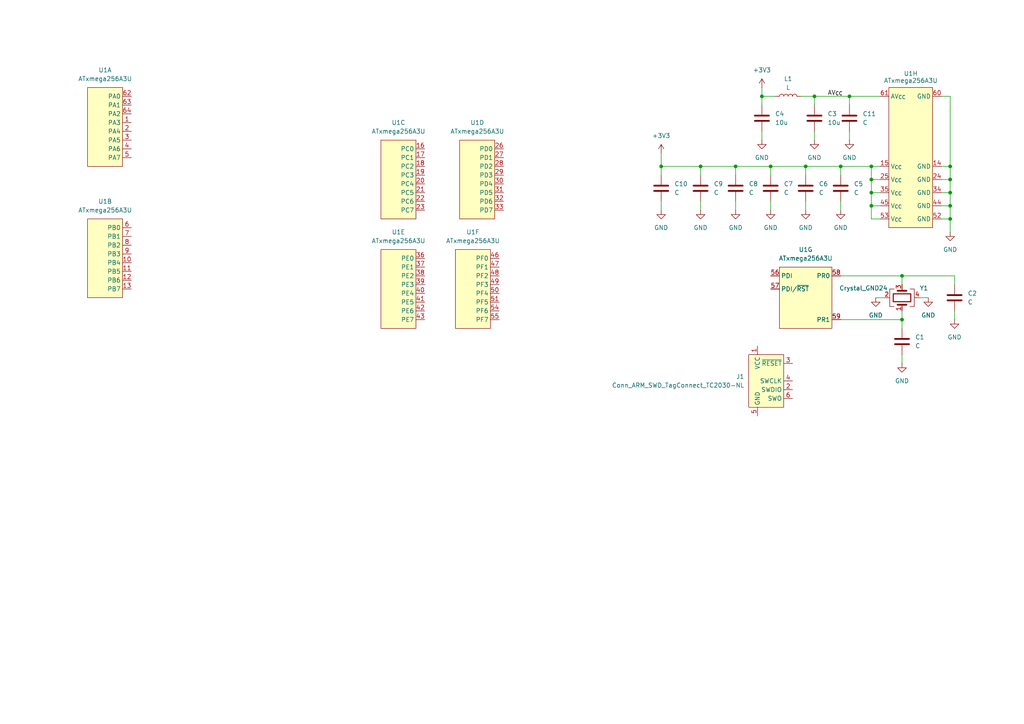
<source format=kicad_sch>
(kicad_sch (version 20250114) (generator "eeschema") (generator_version "9.0")
  (paper "A4")
  (lib_symbols
    (symbol "Connector:Conn_ARM_SWD_TagConnect_TC2030-NL" (in_bom no)
      (property "Reference" "J" (at 2.54 11.43 0))
      (property "Value" "Conn_ARM_SWD_TagConnect_TC2030-NL" (at 2.54 8.89 0))
      (symbol "Conn_ARM_SWD_TagConnect_TC2030-NL_0_0"
        (pin power_in line (at -2.54 10.16 270) (length 2.54) (name "VCC") (number "1"))
        (pin power_in line (at -2.54 -10.16 90) (length 2.54) (name "GND") (number "5"))
        (pin open_collector line (at 7.62 5.08 180) (length 2.54) (name "~{RESET}") (number "3"))
        (pin output line (at 7.62 0 180) (length 2.54) (name "SWCLK") (number "4"))
        (pin bidirectional line (at 7.62 -2.54 180) (length 2.54) (name "SWDIO") (number "2"))
        (pin input line (at 7.62 -5.08 180) (length 2.54) (name "SWO") (number "6"))
      )
      (symbol "Conn_ARM_SWD_TagConnect_TC2030-NL_0_1"
        (rectangle (start -5.08 7.62) (end 5.08 -7.62) (fill (type background)))
      )
    )
    (symbol "Device:C" (pin_numbers (hide yes)) (pin_names (offset 0.254))
      (property "Reference" "C" (at 0.635 2.54 0))
      (property "Value" "C" (at 0.635 -2.54 0))
      (symbol "C_0_1"
        (polyline (pts (xy -2.032 0.762) (xy 2.032 0.762)) (stroke (width 0.508)))
        (polyline (pts (xy -2.032 -0.762) (xy 2.032 -0.762)) (stroke (width 0.508)))
      )
      (symbol "C_1_1"
        (pin passive line (at 0 3.81 270) (length 2.794) (name "~") (number "1"))
        (pin passive line (at 0 -3.81 90) (length 2.794) (name "~") (number "2"))
      )
    )
    (symbol "Device:Crystal_GND24" (pin_names (offset 1.016) (hide yes))
      (property "Reference" "Y" (at 3.175 5.08 0))
      (property "Value" "Crystal_GND24" (at 3.175 3.175 0))
      (symbol "Crystal_GND24_0_1"
        (polyline (pts (xy -2.54 2.286) (xy -2.54 3.556) (xy 2.54 3.556) (xy 2.54 2.286)))
        (polyline (pts (xy -2.54 0) (xy -2.032 0)))
        (polyline (pts (xy -2.54 -2.286) (xy -2.54 -3.556) (xy 2.54 -3.556) (xy 2.54 -2.286)))
        (polyline (pts (xy -2.032 -1.27) (xy -2.032 1.27)) (stroke (width 0.508)))
        (rectangle (start -1.143 2.54) (end 1.143 -2.54) (stroke (width 0.3048)))
        (polyline (pts (xy 0 3.556) (xy 0 3.81)))
        (polyline (pts (xy 0 -3.81) (xy 0 -3.556)))
        (polyline (pts (xy 2.032 0) (xy 2.54 0)))
        (polyline (pts (xy 2.032 -1.27) (xy 2.032 1.27)) (stroke (width 0.508)))
      )
      (symbol "Crystal_GND24_1_1"
        (pin passive line (at -3.81 0 0) (length 1.27) (name "1") (number "1"))
        (pin passive line (at 0 5.08 270) (length 1.27) (name "2") (number "2"))
        (pin passive line (at 0 -5.08 90) (length 1.27) (name "4") (number "4"))
        (pin passive line (at 3.81 0 180) (length 1.27) (name "3") (number "3"))
      )
    )
    (symbol "Device:L" (pin_numbers (hide yes)) (pin_names (offset 1.016) (hide yes))
      (property "Reference" "L" (at -1.27 0 90))
      (property "Value" "L" (at 1.905 0 90))
      (symbol "L_0_1"
        (arc (start 0 2.54) (mid 0.6323 1.905) (end 0 1.27))
        (arc (start 0 1.27) (mid 0.6323 0.635) (end 0 0))
        (arc (start 0 0) (mid 0.6323 -0.635) (end 0 -1.27))
        (arc (start 0 -1.27) (mid 0.6323 -1.905) (end 0 -2.54))
      )
      (symbol "L_1_1"
        (pin passive line (at 0 3.81 270) (length 1.27) (name "1") (number "1"))
        (pin passive line (at 0 -3.81 90) (length 1.27) (name "2") (number "2"))
      )
    )
    (symbol "computeModuleATxmega256A3U:ATxmega256A3U"
      (property "Reference" "U" (at -5.334 21.844 0))
      (property "Value" "ATxmega256A3U" (at 0.254 -21.336 0))
      (symbol "ATxmega256A3U_1_1"
        (rectangle (start -5.08 11.43) (end 5.08 -11.43) (fill (type background)))
        (pin bidirectional line (at 7.62 8.89 180) (length 2.54) (name "PA0") (number "62"))
        (pin bidirectional line (at 7.62 6.35 180) (length 2.54) (name "PA1") (number "63"))
        (pin bidirectional line (at 7.62 3.81 180) (length 2.54) (name "PA2") (number "64"))
        (pin bidirectional line (at 7.62 1.27 180) (length 2.54) (name "PA3") (number "1"))
        (pin bidirectional line (at 7.62 -1.27 180) (length 2.54) (name "PA4") (number "2"))
        (pin bidirectional line (at 7.62 -3.81 180) (length 2.54) (name "PA5") (number "3"))
        (pin bidirectional line (at 7.62 -6.35 180) (length 2.54) (name "PA6") (number "4"))
        (pin bidirectional line (at 7.62 -8.89 180) (length 2.54) (name "PA7") (number "5"))
      )
      (symbol "ATxmega256A3U_2_1"
        (rectangle (start -5.08 11.43) (end 5.08 -11.43) (fill (type background)))
        (pin bidirectional line (at 7.62 8.89 180) (length 2.54) (name "PB0") (number "6"))
        (pin bidirectional line (at 7.62 6.35 180) (length 2.54) (name "PB1") (number "7"))
        (pin bidirectional line (at 7.62 3.81 180) (length 2.54) (name "PB2") (number "8"))
        (pin bidirectional line (at 7.62 1.27 180) (length 2.54) (name "PB3") (number "9"))
        (pin bidirectional line (at 7.62 -1.27 180) (length 2.54) (name "PB4") (number "10"))
        (pin bidirectional line (at 7.62 -3.81 180) (length 2.54) (name "PB5") (number "11"))
        (pin bidirectional line (at 7.62 -6.35 180) (length 2.54) (name "PB6") (number "12"))
        (pin bidirectional line (at 7.62 -8.89 180) (length 2.54) (name "PB7") (number "13"))
      )
      (symbol "ATxmega256A3U_3_1"
        (rectangle (start -5.08 11.43) (end 5.08 -11.43) (fill (type background)))
        (pin bidirectional line (at 7.62 8.89 180) (length 2.54) (name "PC0") (number "16"))
        (pin bidirectional line (at 7.62 6.35 180) (length 2.54) (name "PC1") (number "17"))
        (pin bidirectional line (at 7.62 3.81 180) (length 2.54) (name "PC2") (number "18"))
        (pin bidirectional line (at 7.62 1.27 180) (length 2.54) (name "PC3") (number "19"))
        (pin bidirectional line (at 7.62 -1.27 180) (length 2.54) (name "PC4") (number "20"))
        (pin bidirectional line (at 7.62 -3.81 180) (length 2.54) (name "PC5") (number "21"))
        (pin bidirectional line (at 7.62 -6.35 180) (length 2.54) (name "PC6") (number "22"))
        (pin bidirectional line (at 7.62 -8.89 180) (length 2.54) (name "PC7") (number "23"))
      )
      (symbol "ATxmega256A3U_4_1"
        (rectangle (start -5.08 11.43) (end 5.08 -11.43) (fill (type background)))
        (pin bidirectional line (at 7.62 8.89 180) (length 2.54) (name "PD0") (number "26"))
        (pin bidirectional line (at 7.62 6.35 180) (length 2.54) (name "PD1") (number "27"))
        (pin bidirectional line (at 7.62 3.81 180) (length 2.54) (name "PD2") (number "28"))
        (pin bidirectional line (at 7.62 1.27 180) (length 2.54) (name "PD3") (number "29"))
        (pin bidirectional line (at 7.62 -1.27 180) (length 2.54) (name "PD4") (number "30"))
        (pin bidirectional line (at 7.62 -3.81 180) (length 2.54) (name "PD5") (number "31"))
        (pin bidirectional line (at 7.62 -6.35 180) (length 2.54) (name "PD6") (number "32"))
        (pin bidirectional line (at 7.62 -8.89 180) (length 2.54) (name "PD7") (number "33"))
      )
      (symbol "ATxmega256A3U_5_1"
        (rectangle (start -5.08 11.43) (end 5.08 -11.43) (fill (type background)))
        (pin bidirectional line (at 7.62 8.89 180) (length 2.54) (name "PE0") (number "36"))
        (pin bidirectional line (at 7.62 6.35 180) (length 2.54) (name "PE1") (number "37"))
        (pin bidirectional line (at 7.62 3.81 180) (length 2.54) (name "PE2") (number "38"))
        (pin bidirectional line (at 7.62 1.27 180) (length 2.54) (name "PE3") (number "39"))
        (pin bidirectional line (at 7.62 -1.27 180) (length 2.54) (name "PE4") (number "40"))
        (pin bidirectional line (at 7.62 -3.81 180) (length 2.54) (name "PE5") (number "41"))
        (pin bidirectional line (at 7.62 -6.35 180) (length 2.54) (name "PE6") (number "42"))
        (pin bidirectional line (at 7.62 -8.89 180) (length 2.54) (name "PE7") (number "43"))
      )
      (symbol "ATxmega256A3U_6_1"
        (rectangle (start -5.08 11.43) (end 5.08 -11.43) (fill (type background)))
        (pin bidirectional line (at 7.62 8.89 180) (length 2.54) (name "PF0") (number "46"))
        (pin bidirectional line (at 7.62 6.35 180) (length 2.54) (name "PF1") (number "47"))
        (pin bidirectional line (at 7.62 3.81 180) (length 2.54) (name "PF2") (number "48"))
        (pin bidirectional line (at 7.62 1.27 180) (length 2.54) (name "PF3") (number "49"))
        (pin bidirectional line (at 7.62 -1.27 180) (length 2.54) (name "PF4") (number "50"))
        (pin bidirectional line (at 7.62 -3.81 180) (length 2.54) (name "PF5") (number "51"))
        (pin bidirectional line (at 7.62 -6.35 180) (length 2.54) (name "PF6") (number "54"))
        (pin bidirectional line (at 7.62 -8.89 180) (length 2.54) (name "PF7") (number "55"))
      )
      (symbol "ATxmega256A3U_7_1"
        (rectangle (start -7.62 8.89) (end 7.62 -8.89) (fill (type background)))
        (pin bidirectional line (at -10.16 6.35 0) (length 2.54) (name "PDI") (number "56"))
        (pin bidirectional line (at -10.16 2.54 0) (length 2.54) (name "PDI/~{RST}") (number "57"))
        (pin input line (at 10.16 6.35 180) (length 2.54) (name "PR0") (number "58"))
        (pin input line (at 10.16 -6.35 180) (length 2.54) (name "PR1") (number "59"))
      )
      (symbol "ATxmega256A3U_8_1"
        (rectangle (start -6.35 20.32) (end 6.35 -20.32) (fill (type background)))
        (pin power_in line (at -8.89 17.78 0) (length 2.54) (name "AV_{CC}") (number "61"))
        (pin power_in line (at -8.89 -2.54 0) (length 2.54) (name "V_{CC}") (number "15"))
        (pin power_in line (at -8.89 -6.35 0) (length 2.54) (name "V_{CC}") (number "25"))
        (pin power_in line (at -8.89 -10.16 0) (length 2.54) (name "V_{CC}") (number "35"))
        (pin power_in line (at -8.89 -13.97 0) (length 2.54) (name "V_{CC}") (number "45"))
        (pin power_in line (at -8.89 -17.78 0) (length 2.54) (name "V_{CC}") (number "53"))
        (pin power_in line (at 8.89 17.78 180) (length 2.54) (name "GND") (number "60"))
        (pin power_in line (at 8.89 -2.54 180) (length 2.54) (name "GND") (number "14"))
        (pin power_in line (at 8.89 -6.35 180) (length 2.54) (name "GND") (number "24"))
        (pin power_in line (at 8.89 -10.16 180) (length 2.54) (name "GND") (number "34"))
        (pin power_in line (at 8.89 -13.97 180) (length 2.54) (name "GND") (number "44"))
        (pin power_in line (at 8.89 -17.78 180) (length 2.54) (name "GND") (number "52"))
      )
    )
    (symbol "power:+3V3" (power) (pin_numbers (hide yes)) (pin_names (offset 0) (hide yes))
      (property "Value" "+3V3" (at 0 3.556 0))
      (symbol "+3V3_0_1"
        (polyline (pts (xy -0.762 1.27) (xy 0 2.54)))
        (polyline (pts (xy 0 2.54) (xy 0.762 1.27)))
        (polyline (pts (xy 0 0) (xy 0 2.54)))
      )
      (symbol "+3V3_1_1"
        (pin power_in line (at 0 0 90) (length 0) (name "~") (number "1"))
      )
    )
    (symbol "power:GND" (power) (pin_numbers (hide yes)) (pin_names (offset 0) (hide yes))
      (property "Value" "GND" (at 0 -3.81 0))
      (symbol "GND_0_1"
        (polyline (pts (xy 0 0) (xy 0 -1.27) (xy 1.27 -1.27) (xy 0 -2.54) (xy -1.27 -1.27) (xy 0 -1.27)))
      )
      (symbol "GND_1_1"
        (pin power_in line (at 0 0 270) (length 0) (name "~") (number "1"))
      )
    )
  )
  (junction (at 233.68 48.26))
  (junction (at 223.52 48.26))
  (junction (at 275.59 48.26))
  (junction (at 213.36 48.26))
  (junction (at 252.73 52.07))
  (junction (at 275.59 59.69))
  (junction (at 243.84 48.26))
  (junction (at 252.73 59.69))
  (junction (at 252.73 48.26))
  (junction (at 261.62 80.01))
  (junction (at 203.2 48.26))
  (junction (at 191.77 48.26))
  (junction (at 261.62 92.71))
  (junction (at 236.22 27.94))
  (junction (at 220.98 27.94))
  (junction (at 246.38 27.94))
  (junction (at 252.73 55.88))
  (junction (at 275.59 63.5))
  (junction (at 275.59 52.07))
  (junction (at 275.59 55.88))
  (wire (pts (xy 255.27 59.69) (xy 252.73 59.69)))
  (wire (pts (xy 223.52 50.8) (xy 223.52 48.26)))
  (wire (pts (xy 261.62 80.01) (xy 243.84 80.01)))
  (wire (pts (xy 233.68 48.26) (xy 243.84 48.26)))
  (wire (pts (xy 276.86 90.17) (xy 276.86 92.71)))
  (wire (pts (xy 191.77 44.45) (xy 191.77 48.26)))
  (wire (pts (xy 252.73 52.07) (xy 255.27 52.07)))
  (wire (pts (xy 220.98 30.48) (xy 220.98 27.94)))
  (wire (pts (xy 255.27 63.5) (xy 252.73 63.5)))
  (wire (pts (xy 276.86 80.01) (xy 276.86 82.55)))
  (wire (pts (xy 220.98 27.94) (xy 224.79 27.94)))
  (wire (pts (xy 220.98 25.4) (xy 220.98 27.94)))
  (wire (pts (xy 252.73 55.88) (xy 252.73 52.07)))
  (wire (pts (xy 233.68 60.96) (xy 233.68 58.42)))
  (wire (pts (xy 252.73 48.26) (xy 252.73 52.07)))
  (wire (pts (xy 236.22 27.94) (xy 246.38 27.94)))
  (wire (pts (xy 191.77 60.96) (xy 191.77 58.42)))
  (wire (pts (xy 213.36 60.96) (xy 213.36 58.42)))
  (wire (pts (xy 252.73 59.69) (xy 252.73 63.5)))
  (wire (pts (xy 266.7 86.36) (xy 269.24 86.36)))
  (wire (pts (xy 255.27 48.26) (xy 252.73 48.26)))
  (wire (pts (xy 233.68 50.8) (xy 233.68 48.26)))
  (wire (pts (xy 261.62 92.71) (xy 243.84 92.71)))
  (wire (pts (xy 191.77 50.8) (xy 191.77 48.26)))
  (wire (pts (xy 236.22 40.64) (xy 236.22 38.1)))
  (wire (pts (xy 276.86 80.01) (xy 261.62 80.01)))
  (wire (pts (xy 243.84 50.8) (xy 243.84 48.26)))
  (wire (pts (xy 275.59 55.88) (xy 275.59 59.69)))
  (wire (pts (xy 275.59 27.94) (xy 275.59 48.26)))
  (wire (pts (xy 203.2 60.96) (xy 203.2 58.42)))
  (wire (pts (xy 261.62 82.55) (xy 261.62 80.01)))
  (wire (pts (xy 213.36 48.26) (xy 223.52 48.26)))
  (wire (pts (xy 246.38 27.94) (xy 255.27 27.94)))
  (wire (pts (xy 243.84 48.26) (xy 252.73 48.26)))
  (wire (pts (xy 275.59 48.26) (xy 275.59 52.07)))
  (wire (pts (xy 220.98 40.64) (xy 220.98 38.1)))
  (wire (pts (xy 246.38 40.64) (xy 246.38 38.1)))
  (wire (pts (xy 252.73 55.88) (xy 252.73 59.69)))
  (wire (pts (xy 261.62 92.71) (xy 261.62 95.25)))
  (wire (pts (xy 254 86.36) (xy 256.54 86.36)))
  (wire (pts (xy 243.84 60.96) (xy 243.84 58.42)))
  (wire (pts (xy 223.52 48.26) (xy 233.68 48.26)))
  (wire (pts (xy 275.59 63.5) (xy 275.59 67.31)))
  (wire (pts (xy 275.59 59.69) (xy 273.05 59.69)))
  (wire (pts (xy 246.38 30.48) (xy 246.38 27.94)))
  (wire (pts (xy 275.59 52.07) (xy 273.05 52.07)))
  (wire (pts (xy 203.2 50.8) (xy 203.2 48.26)))
  (wire (pts (xy 273.05 55.88) (xy 275.59 55.88)))
  (wire (pts (xy 275.59 27.94) (xy 273.05 27.94)))
  (wire (pts (xy 191.77 48.26) (xy 203.2 48.26)))
  (wire (pts (xy 275.59 59.69) (xy 275.59 63.5)))
  (wire (pts (xy 232.41 27.94) (xy 236.22 27.94)))
  (wire (pts (xy 275.59 52.07) (xy 275.59 55.88)))
  (wire (pts (xy 252.73 55.88) (xy 255.27 55.88)))
  (wire (pts (xy 236.22 30.48) (xy 236.22 27.94)))
  (wire (pts (xy 203.2 48.26) (xy 213.36 48.26)))
  (wire (pts (xy 261.62 102.87) (xy 261.62 105.41)))
  (wire (pts (xy 273.05 63.5) (xy 275.59 63.5)))
  (wire (pts (xy 213.36 50.8) (xy 213.36 48.26)))
  (wire (pts (xy 273.05 48.26) (xy 275.59 48.26)))
  (wire (pts (xy 223.52 60.96) (xy 223.52 58.42)))
  (wire (pts (xy 261.62 90.17) (xy 261.62 92.71)))
  (label "AV_{CC}" (at 240.03 27.94 0))
  (symbol (lib_id "computeModuleATxmega256A3U:ATxmega256A3U") (at 138.43 52.07 0) (unit 4)
    (property "Reference" "U1" (at 138.43 35.56 0))
    (property "Value" "ATxmega256A3U" (at 138.43 38.1 0))
    (property "Footprint" "Package_QFP:TQFP-64_14x14mm_P0.8mm" (effects (hide yes)))
    (property "Datasheet" "kicad-embed://Atmel-8386-8-and-16-bit-AVR-Microcontroller-ATxmega64A3U-128A3U-192A3U-256A3U_datasheet.pdf" (effects (hide yes)))
    (property "Description" "Low-power, high-performance 8/16-bit AVR® microcontroller featuring 256 KB self-programming Flash program memory, 8 KB boot code section, 16 KB SRAM, 4 KB EEPROM, 4-channel DMA controller, 8-channel event system, and up to 32 MIPS throughput at 32 MHz. The ATxmega A3 series features 64-pin packages." (effects (hide yes)))
    (property "Microchip" "ATxmega256A3U" (effects (hide yes)))
    (property "Mouser" "556-ATXMEGA256A3U-AU" (effects (hide yes)))
    (property "DigiKey" "ATXMEGA256A3U-AU-ND" (effects (hide yes)))
    (property "LCSC" "C1337124" (effects (hide yes)))
    (property "JLCPCB" "C1337124" (effects (hide yes)))
  )
  (symbol (lib_id "computeModuleATxmega256A3U:ATxmega256A3U") (at 137.16 83.82 0) (unit 6)
    (property "Reference" "U1" (at 137.16 67.31 0))
    (property "Value" "ATxmega256A3U" (at 137.16 69.85 0))
    (property "Footprint" "Package_QFP:TQFP-64_14x14mm_P0.8mm" (effects (hide yes)))
    (property "Datasheet" "kicad-embed://Atmel-8386-8-and-16-bit-AVR-Microcontroller-ATxmega64A3U-128A3U-192A3U-256A3U_datasheet.pdf" (effects (hide yes)))
    (property "Description" "Low-power, high-performance 8/16-bit AVR® microcontroller featuring 256 KB self-programming Flash program memory, 8 KB boot code section, 16 KB SRAM, 4 KB EEPROM, 4-channel DMA controller, 8-channel event system, and up to 32 MIPS throughput at 32 MHz. The ATxmega A3 series features 64-pin packages." (effects (hide yes)))
    (property "Microchip" "ATxmega256A3U" (effects (hide yes)))
    (property "Mouser" "556-ATXMEGA256A3U-AU" (effects (hide yes)))
    (property "DigiKey" "ATXMEGA256A3U-AU-ND" (effects (hide yes)))
    (property "LCSC" "C1337124" (effects (hide yes)))
    (property "JLCPCB" "C1337124" (effects (hide yes)))
  )
  (symbol (lib_id "Device:C") (at 243.84 54.61 0) (unit 1)
    (property "Reference" "C5" (at 247.65 53.3399 0) (effects (justify left)))
    (property "Value" "C" (at 247.65 55.8799 0) (effects (justify left)))
    (property "Description" "Unpolarized capacitor" (effects (hide yes)))
  )
  (symbol (lib_id "power:+3V3") (at 191.77 44.45 0) (unit 1)
    (property "Reference" "#PWR016" (effects (hide yes)))
    (property "Value" "+3V3" (at 191.77 39.37 0))
    (property "Description" "Power symbol creates a global label with name \"+3V3\"" (effects (hide yes)))
  )
  (symbol (lib_id "power:GND") (at 203.2 60.96 0) (unit 1)
    (property "Reference" "#PWR012" (effects (hide yes)))
    (property "Value" "GND" (at 203.2 66.04 0))
    (property "Description" "Power symbol creates a global label with name \"GND\" , ground" (effects (hide yes)))
  )
  (symbol (lib_id "Device:C") (at 223.52 54.61 0) (unit 1)
    (property "Reference" "C7" (at 227.33 53.3399 0) (effects (justify left)))
    (property "Value" "C" (at 227.33 55.8799 0) (effects (justify left)))
    (property "Description" "Unpolarized capacitor" (effects (hide yes)))
  )
  (symbol (lib_id "power:GND") (at 213.36 60.96 0) (unit 1)
    (property "Reference" "#PWR011" (effects (hide yes)))
    (property "Value" "GND" (at 213.36 66.04 0))
    (property "Description" "Power symbol creates a global label with name \"GND\" , ground" (effects (hide yes)))
  )
  (symbol (lib_id "power:GND") (at 233.68 60.96 0) (unit 1)
    (property "Reference" "#PWR09" (effects (hide yes)))
    (property "Value" "GND" (at 233.68 66.04 0))
    (property "Description" "Power symbol creates a global label with name \"GND\" , ground" (effects (hide yes)))
  )
  (symbol (lib_id "Device:C") (at 233.68 54.61 0) (unit 1)
    (property "Reference" "C6" (at 237.49 53.3399 0) (effects (justify left)))
    (property "Value" "C" (at 237.49 55.8799 0) (effects (justify left)))
    (property "Description" "Unpolarized capacitor" (effects (hide yes)))
  )
  (symbol (lib_id "Device:C") (at 261.62 99.06 0) (unit 1)
    (property "Reference" "C1" (at 265.43 97.7899 0) (effects (justify left)))
    (property "Value" "C" (at 265.43 100.3299 0) (effects (justify left)))
    (property "Description" "Unpolarized capacitor" (effects (hide yes)))
  )
  (symbol (lib_id "Device:C") (at 236.22 34.29 0) (unit 1)
    (property "Reference" "C3" (at 240.03 33.0199 0) (effects (justify left)))
    (property "Value" "10u" (at 240.03 35.5599 0) (effects (justify left)))
    (property "Description" "Unpolarized capacitor" (effects (hide yes)))
  )
  (symbol (lib_id "power:+3V3") (at 220.98 25.4 0) (unit 1)
    (property "Reference" "#PWR015" (effects (hide yes)))
    (property "Value" "+3V3" (at 220.98 20.32 0))
    (property "Description" "Power symbol creates a global label with name \"+3V3\"" (effects (hide yes)))
  )
  (symbol (lib_id "power:GND") (at 269.24 86.36 0) (unit 1)
    (property "Reference" "#PWR02" (effects (hide yes)))
    (property "Value" "GND" (at 269.24 91.44 0))
    (property "Description" "Power symbol creates a global label with name \"GND\" , ground" (effects (hide yes)))
  )
  (symbol (lib_id "computeModuleATxmega256A3U:ATxmega256A3U") (at 30.48 36.83 0) (unit 1)
    (property "Reference" "U1" (at 30.48 20.32 0))
    (property "Value" "ATxmega256A3U" (at 30.48 22.86 0))
    (property "Footprint" "Package_QFP:TQFP-64_14x14mm_P0.8mm" (effects (hide yes)))
    (property "Datasheet" "kicad-embed://Atmel-8386-8-and-16-bit-AVR-Microcontroller-ATxmega64A3U-128A3U-192A3U-256A3U_datasheet.pdf" (effects (hide yes)))
    (property "Description" "Low-power, high-performance 8/16-bit AVR® microcontroller featuring 256 KB self-programming Flash program memory, 8 KB boot code section, 16 KB SRAM, 4 KB EEPROM, 4-channel DMA controller, 8-channel event system, and up to 32 MIPS throughput at 32 MHz. The ATxmega A3 series features 64-pin packages." (effects (hide yes)))
    (property "Microchip" "ATxmega256A3U" (effects (hide yes)))
    (property "Mouser" "556-ATXMEGA256A3U-AU" (effects (hide yes)))
    (property "DigiKey" "ATXMEGA256A3U-AU-ND" (effects (hide yes)))
    (property "LCSC" "C1337124" (effects (hide yes)))
    (property "JLCPCB" "C1337124" (effects (hide yes)))
  )
  (symbol (lib_id "power:GND") (at 275.59 67.31 0) (unit 1)
    (property "Reference" "#PWR05" (effects (hide yes)))
    (property "Value" "GND" (at 275.59 72.39 0))
    (property "Description" "Power symbol creates a global label with name \"GND\" , ground" (effects (hide yes)))
  )
  (symbol (lib_id "computeModuleATxmega256A3U:ATxmega256A3U") (at 115.57 83.82 0) (unit 5)
    (property "Reference" "U1" (at 115.57 67.31 0))
    (property "Value" "ATxmega256A3U" (at 115.57 69.85 0))
    (property "Footprint" "Package_QFP:TQFP-64_14x14mm_P0.8mm" (effects (hide yes)))
    (property "Datasheet" "kicad-embed://Atmel-8386-8-and-16-bit-AVR-Microcontroller-ATxmega64A3U-128A3U-192A3U-256A3U_datasheet.pdf" (effects (hide yes)))
    (property "Description" "Low-power, high-performance 8/16-bit AVR® microcontroller featuring 256 KB self-programming Flash program memory, 8 KB boot code section, 16 KB SRAM, 4 KB EEPROM, 4-channel DMA controller, 8-channel event system, and up to 32 MIPS throughput at 32 MHz. The ATxmega A3 series features 64-pin packages." (effects (hide yes)))
    (property "Microchip" "ATxmega256A3U" (effects (hide yes)))
    (property "Mouser" "556-ATXMEGA256A3U-AU" (effects (hide yes)))
    (property "DigiKey" "ATXMEGA256A3U-AU-ND" (effects (hide yes)))
    (property "LCSC" "C1337124" (effects (hide yes)))
    (property "JLCPCB" "C1337124" (effects (hide yes)))
  )
  (symbol (lib_id "Device:L") (at 228.6 27.94 90) (unit 1)
    (property "Reference" "L1" (at 228.6 22.86 90))
    (property "Value" "L" (at 228.6 25.4 90))
    (property "Description" "Inductor" (effects (hide yes)))
  )
  (symbol (lib_id "power:GND") (at 246.38 40.64 0) (unit 1)
    (property "Reference" "#PWR014" (effects (hide yes)))
    (property "Value" "GND" (at 246.38 45.72 0))
    (property "Description" "Power symbol creates a global label with name \"GND\" , ground" (effects (hide yes)))
  )
  (symbol (lib_id "power:GND") (at 236.22 40.64 0) (unit 1)
    (property "Reference" "#PWR06" (effects (hide yes)))
    (property "Value" "GND" (at 236.22 45.72 0))
    (property "Description" "Power symbol creates a global label with name \"GND\" , ground" (effects (hide yes)))
  )
  (symbol (lib_id "Device:C") (at 220.98 34.29 0) (unit 1)
    (property "Reference" "C4" (at 224.79 33.0199 0) (effects (justify left)))
    (property "Value" "10u" (at 224.79 35.5599 0) (effects (justify left)))
    (property "Description" "Unpolarized capacitor" (effects (hide yes)))
  )
  (symbol (lib_id "Connector:Conn_ARM_SWD_TagConnect_TC2030-NL") (at 222.25 110.49 0) (unit 1) (in_bom no)
    (property "Reference" "J1" (at 215.9 109.2199 0) (effects (justify right)))
    (property "Value" "Conn_ARM_SWD_TagConnect_TC2030-NL" (at 215.9 111.7599 0) (effects (justify right)))
    (property "Footprint" "Connector:Tag-Connect_TC2030-IDC-NL_2x03_P1.27mm_Vertical" (effects (hide yes)))
    (property "Datasheet" "https://www.tag-connect.com/wp-content/uploads/bsk-pdf-manager/TC2030-CTX_1.pdf" (effects (hide yes)))
    (property "Description" "Tag-Connect ARM Cortex SWD JTAG connector, 6 pin, no legs" (effects (hide yes)))
  )
  (symbol (lib_id "power:GND") (at 220.98 40.64 0) (unit 1)
    (property "Reference" "#PWR07" (effects (hide yes)))
    (property "Value" "GND" (at 220.98 45.72 0))
    (property "Description" "Power symbol creates a global label with name \"GND\" , ground" (effects (hide yes)))
  )
  (symbol (lib_id "computeModuleATxmega256A3U:ATxmega256A3U") (at 264.16 45.72 0) (unit 8)
    (property "Reference" "U1" (at 264.16 21.336 0))
    (property "Value" "ATxmega256A3U" (at 264.16 23.368 0))
    (property "Footprint" "Package_QFP:TQFP-64_14x14mm_P0.8mm" (effects (hide yes)))
    (property "Datasheet" "kicad-embed://Atmel-8386-8-and-16-bit-AVR-Microcontroller-ATxmega64A3U-128A3U-192A3U-256A3U_datasheet.pdf" (effects (hide yes)))
    (property "Description" "Low-power, high-performance 8/16-bit AVR® microcontroller featuring 256 KB self-programming Flash program memory, 8 KB boot code section, 16 KB SRAM, 4 KB EEPROM, 4-channel DMA controller, 8-channel event system, and up to 32 MIPS throughput at 32 MHz. The ATxmega A3 series features 64-pin packages." (effects (hide yes)))
    (property "Microchip" "ATxmega256A3U" (effects (hide yes)))
    (property "Mouser" "556-ATXMEGA256A3U-AU" (effects (hide yes)))
    (property "DigiKey" "ATXMEGA256A3U-AU-ND" (effects (hide yes)))
    (property "LCSC" "C1337124" (effects (hide yes)))
    (property "JLCPCB" "C1337124" (effects (hide yes)))
  )
  (symbol (lib_id "power:GND") (at 276.86 92.71 0) (unit 1)
    (property "Reference" "#PWR03" (effects (hide yes)))
    (property "Value" "GND" (at 276.86 97.79 0))
    (property "Description" "Power symbol creates a global label with name \"GND\" , ground" (effects (hide yes)))
  )
  (symbol (lib_id "computeModuleATxmega256A3U:ATxmega256A3U") (at 30.48 74.93 0) (unit 2)
    (property "Reference" "U1" (at 30.48 58.42 0))
    (property "Value" "ATxmega256A3U" (at 30.48 60.96 0))
    (property "Footprint" "Package_QFP:TQFP-64_14x14mm_P0.8mm" (effects (hide yes)))
    (property "Datasheet" "kicad-embed://Atmel-8386-8-and-16-bit-AVR-Microcontroller-ATxmega64A3U-128A3U-192A3U-256A3U_datasheet.pdf" (effects (hide yes)))
    (property "Description" "Low-power, high-performance 8/16-bit AVR® microcontroller featuring 256 KB self-programming Flash program memory, 8 KB boot code section, 16 KB SRAM, 4 KB EEPROM, 4-channel DMA controller, 8-channel event system, and up to 32 MIPS throughput at 32 MHz. The ATxmega A3 series features 64-pin packages." (effects (hide yes)))
    (property "Microchip" "ATxmega256A3U" (effects (hide yes)))
    (property "Mouser" "556-ATXMEGA256A3U-AU" (effects (hide yes)))
    (property "DigiKey" "ATXMEGA256A3U-AU-ND" (effects (hide yes)))
    (property "LCSC" "C1337124" (effects (hide yes)))
    (property "JLCPCB" "C1337124" (effects (hide yes)))
  )
  (symbol (lib_id "Device:Crystal_GND24") (at 261.62 86.36 90) (unit 1)
    (property "Reference" "Y1" (at 267.97 83.566 90))
    (property "Value" "Crystal_GND24" (at 250.444 83.566 90))
    (property "Description" "Four pin crystal, GND on pins 2 and 4" (effects (hide yes)))
  )
  (symbol (lib_id "power:GND") (at 254 86.36 0) (unit 1)
    (property "Reference" "#PWR01" (effects (hide yes)))
    (property "Value" "GND" (at 254 91.44 0))
    (property "Description" "Power symbol creates a global label with name \"GND\" , ground" (effects (hide yes)))
  )
  (symbol (lib_id "computeModuleATxmega256A3U:ATxmega256A3U") (at 115.57 52.07 0) (unit 3)
    (property "Reference" "U1" (at 115.57 35.56 0))
    (property "Value" "ATxmega256A3U" (at 115.57 38.1 0))
    (property "Footprint" "Package_QFP:TQFP-64_14x14mm_P0.8mm" (effects (hide yes)))
    (property "Datasheet" "kicad-embed://Atmel-8386-8-and-16-bit-AVR-Microcontroller-ATxmega64A3U-128A3U-192A3U-256A3U_datasheet.pdf" (effects (hide yes)))
    (property "Description" "Low-power, high-performance 8/16-bit AVR® microcontroller featuring 256 KB self-programming Flash program memory, 8 KB boot code section, 16 KB SRAM, 4 KB EEPROM, 4-channel DMA controller, 8-channel event system, and up to 32 MIPS throughput at 32 MHz. The ATxmega A3 series features 64-pin packages." (effects (hide yes)))
    (property "Microchip" "ATxmega256A3U" (effects (hide yes)))
    (property "Mouser" "556-ATXMEGA256A3U-AU" (effects (hide yes)))
    (property "DigiKey" "ATXMEGA256A3U-AU-ND" (effects (hide yes)))
    (property "LCSC" "C1337124" (effects (hide yes)))
    (property "JLCPCB" "C1337124" (effects (hide yes)))
  )
  (symbol (lib_id "power:GND") (at 243.84 60.96 0) (unit 1)
    (property "Reference" "#PWR08" (effects (hide yes)))
    (property "Value" "GND" (at 243.84 66.04 0))
    (property "Description" "Power symbol creates a global label with name \"GND\" , ground" (effects (hide yes)))
  )
  (symbol (lib_id "power:GND") (at 261.62 105.41 0) (unit 1)
    (property "Reference" "#PWR04" (effects (hide yes)))
    (property "Value" "GND" (at 261.62 110.49 0))
    (property "Description" "Power symbol creates a global label with name \"GND\" , ground" (effects (hide yes)))
  )
  (symbol (lib_id "Device:C") (at 191.77 54.61 0) (unit 1)
    (property "Reference" "C10" (at 195.58 53.3399 0) (effects (justify left)))
    (property "Value" "C" (at 195.58 55.8799 0) (effects (justify left)))
    (property "Description" "Unpolarized capacitor" (effects (hide yes)))
  )
  (symbol (lib_id "computeModuleATxmega256A3U:ATxmega256A3U") (at 233.68 86.36 0) (unit 7)
    (property "Reference" "U1" (at 233.68 72.39 0))
    (property "Value" "ATxmega256A3U" (at 233.68 74.93 0))
    (property "Footprint" "Package_QFP:TQFP-64_14x14mm_P0.8mm" (effects (hide yes)))
    (property "Datasheet" "kicad-embed://Atmel-8386-8-and-16-bit-AVR-Microcontroller-ATxmega64A3U-128A3U-192A3U-256A3U_datasheet.pdf" (effects (hide yes)))
    (property "Description" "Low-power, high-performance 8/16-bit AVR® microcontroller featuring 256 KB self-programming Flash program memory, 8 KB boot code section, 16 KB SRAM, 4 KB EEPROM, 4-channel DMA controller, 8-channel event system, and up to 32 MIPS throughput at 32 MHz. The ATxmega A3 series features 64-pin packages." (effects (hide yes)))
    (property "Microchip" "ATxmega256A3U" (effects (hide yes)))
    (property "Mouser" "556-ATXMEGA256A3U-AU" (effects (hide yes)))
    (property "DigiKey" "ATXMEGA256A3U-AU-ND" (effects (hide yes)))
    (property "LCSC" "C1337124" (effects (hide yes)))
    (property "JLCPCB" "C1337124" (effects (hide yes)))
  )
  (symbol (lib_id "Device:C") (at 246.38 34.29 0) (unit 1)
    (property "Reference" "C11" (at 250.19 33.0199 0) (effects (justify left)))
    (property "Value" "C" (at 250.19 35.5599 0) (effects (justify left)))
    (property "Description" "Unpolarized capacitor" (effects (hide yes)))
  )
  (symbol (lib_id "Device:C") (at 203.2 54.61 0) (unit 1)
    (property "Reference" "C9" (at 207.01 53.3399 0) (effects (justify left)))
    (property "Value" "C" (at 207.01 55.8799 0) (effects (justify left)))
    (property "Description" "Unpolarized capacitor" (effects (hide yes)))
  )
  (symbol (lib_id "power:GND") (at 223.52 60.96 0) (unit 1)
    (property "Reference" "#PWR010" (effects (hide yes)))
    (property "Value" "GND" (at 223.52 66.04 0))
    (property "Description" "Power symbol creates a global label with name \"GND\" , ground" (effects (hide yes)))
  )
  (symbol (lib_id "Device:C") (at 276.86 86.36 0) (unit 1)
    (property "Reference" "C2" (at 280.67 85.0899 0) (effects (justify left)))
    (property "Value" "C" (at 280.67 87.6299 0) (effects (justify left)))
    (property "Description" "Unpolarized capacitor" (effects (hide yes)))
  )
  (symbol (lib_id "power:GND") (at 191.77 60.96 0) (unit 1)
    (property "Reference" "#PWR013" (effects (hide yes)))
    (property "Value" "GND" (at 191.77 66.04 0))
    (property "Description" "Power symbol creates a global label with name \"GND\" , ground" (effects (hide yes)))
  )
  (symbol (lib_id "Device:C") (at 213.36 54.61 0) (unit 1)
    (property "Reference" "C8" (at 217.17 53.3399 0) (effects (justify left)))
    (property "Value" "C" (at 217.17 55.8799 0) (effects (justify left)))
    (property "Description" "Unpolarized capacitor" (effects (hide yes)))
  )
)
</source>
